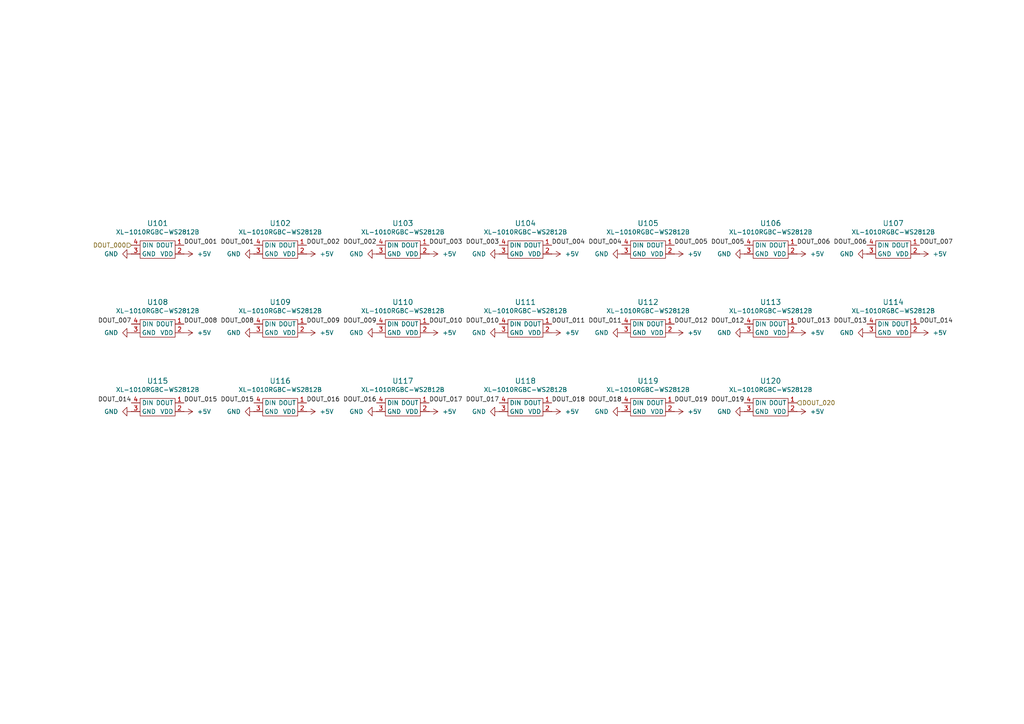
<source format=kicad_sch>
(kicad_sch (version 20250114) (generator "eeschema") (generator_version "9.0")
  (paper "A4")
  (lib_symbols
    (symbol "SK6805-EC10-000:SK6805_EC10-000"
      (property "Reference" "U" (at -2.54 3.556 0))
      (property "Value" "XL-1010RGBC-WS2812B" (at 1.016 -3.81 0))
      (symbol "SK6805_EC10-000_1_1"
        (rectangle (start -5.08 2.54) (end 5.08 -2.54))
        (pin passive line (at -7.62 1.27 0) (length 2.54) (name "DIN") (number "4"))
        (pin passive line (at -7.62 -1.27 0) (length 2.54) (name "GND") (number "3"))
        (pin passive line (at 7.62 1.27 180) (length 2.54) (name "DOUT") (number "1"))
        (pin passive line (at 7.62 -1.27 180) (length 2.54) (name "VDD") (number "2"))
      )
    )
    (symbol "power:+5V" (power) (pin_numbers (hide yes)) (pin_names (offset 0) (hide yes))
      (property "Value" "+5V" (at 0 3.556 0))
      (symbol "+5V_0_1"
        (polyline (pts (xy -0.762 1.27) (xy 0 2.54)))
        (polyline (pts (xy 0 2.54) (xy 0.762 1.27)))
        (polyline (pts (xy 0 0) (xy 0 2.54)))
      )
      (symbol "+5V_1_1"
        (pin power_in line (at 0 0 90) (length 0) (name "~") (number "1"))
      )
    )
    (symbol "power:GND" (power) (pin_numbers (hide yes)) (pin_names (offset 0) (hide yes))
      (property "Value" "GND" (at 0 -3.81 0))
      (symbol "GND_0_1"
        (polyline (pts (xy 0 0) (xy 0 -1.27) (xy 1.27 -1.27) (xy 0 -2.54) (xy -1.27 -1.27) (xy 0 -1.27)))
      )
      (symbol "GND_1_1"
        (pin power_in line (at 0 0 270) (length 0) (name "~") (number "1"))
      )
    )
  )
  (label "DOUT_005" (at 195.58 71.12 0))
  (label "DOUT_012" (at 195.58 93.98 0))
  (label "DOUT_019" (at 195.58 116.84 0))
  (label "DOUT_014" (at 38.1 116.84 180))
  (label "DOUT_009" (at 109.22 93.98 180))
  (label "DOUT_011" (at 180.34 93.98 180))
  (label "DOUT_017" (at 144.78 116.84 180))
  (label "DOUT_018" (at 160.02 116.84 0))
  (label "DOUT_016" (at 88.9 116.84 0))
  (label "DOUT_012" (at 215.9 93.98 180))
  (label "DOUT_007" (at 38.1 93.98 180))
  (label "DOUT_018" (at 180.34 116.84 180))
  (label "DOUT_015" (at 53.34 116.84 0))
  (label "DOUT_003" (at 144.78 71.12 180))
  (label "DOUT_019" (at 215.9 116.84 180))
  (label "DOUT_006" (at 231.14 71.12 0))
  (label "DOUT_008" (at 73.66 93.98 180))
  (label "DOUT_004" (at 160.02 71.12 0))
  (label "DOUT_009" (at 88.9 93.98 0))
  (label "DOUT_011" (at 160.02 93.98 0))
  (label "DOUT_008" (at 53.34 93.98 0))
  (label "DOUT_005" (at 215.9 71.12 180))
  (label "DOUT_001" (at 53.34 71.12 0))
  (label "DOUT_010" (at 124.46 93.98 0))
  (label "DOUT_015" (at 73.66 116.84 180))
  (label "DOUT_014" (at 266.7 93.98 0))
  (label "DOUT_002" (at 88.9 71.12 0))
  (label "DOUT_007" (at 266.7 71.12 0))
  (label "DOUT_003" (at 124.46 71.12 0))
  (label "DOUT_013" (at 251.46 93.98 180))
  (label "DOUT_010" (at 144.78 93.98 180))
  (label "DOUT_001" (at 73.66 71.12 180))
  (label "DOUT_006" (at 251.46 71.12 180))
  (label "DOUT_004" (at 180.34 71.12 180))
  (label "DOUT_002" (at 109.22 71.12 180))
  (label "DOUT_013" (at 231.14 93.98 0))
  (label "DOUT_017" (at 124.46 116.84 0))
  (label "DOUT_016" (at 109.22 116.84 180))
  (hierarchical_label "DOUT_020" (shape input) (at 231.14 116.84 0))
  (hierarchical_label "DOUT_000" (shape input) (at 38.1 71.12 180))
  (symbol (lib_id "power:+5V") (at 88.9 96.52 270) (unit 1)
    (property "Reference" "#PWR423" (effects (hide yes)))
    (property "Value" "+5V" (at 92.71 96.5201 90) (effects (justify left)))
    (property "Description" "Power symbol creates a global label with name \"+5V\"" (effects (hide yes)))
  )
  (symbol (lib_id "power:GND") (at 180.34 119.38 270) (unit 1)
    (property "Reference" "#PWR451" (effects (hide yes)))
    (property "Value" "GND" (at 176.53 119.3799 90) (effects (justify right)))
    (property "Description" "Power symbol creates a global label with name \"GND\" , ground" (effects (hide yes)))
  )
  (symbol (lib_id "power:GND") (at 215.9 119.38 270) (unit 1)
    (property "Reference" "#PWR463" (effects (hide yes)))
    (property "Value" "GND" (at 212.09 119.3799 90) (effects (justify right)))
    (property "Description" "Power symbol creates a global label with name \"GND\" , ground" (effects (hide yes)))
  )
  (symbol (lib_id "SK6805-EC10-000:SK6805_EC10-000") (at 116.84 72.39 0) (unit 1)
    (property "Reference" "U103" (at 116.84 64.77 0) (effects (font (size 1.524 1.524))))
    (property "Value" "XL-1010RGBC-WS2812B" (at 116.84 67.31 0))
    (property "Footprint" "SK6805-EC10-000:SMD-4P,1.1x1.1mm" (effects (hide yes)))
    (property "Datasheet" "4492" (effects (hide yes)))
    (property "LCSC" "C5349953" (effects (hide yes)))
  )
  (symbol (lib_id "power:+5V") (at 53.34 96.52 270) (unit 1)
    (property "Reference" "#PWR411" (effects (hide yes)))
    (property "Value" "+5V" (at 57.15 96.5201 90) (effects (justify left)))
    (property "Description" "Power symbol creates a global label with name \"+5V\"" (effects (hide yes)))
  )
  (symbol (lib_id "power:GND") (at 73.66 119.38 270) (unit 1)
    (property "Reference" "#PWR415" (effects (hide yes)))
    (property "Value" "GND" (at 69.85 119.3799 90) (effects (justify right)))
    (property "Description" "Power symbol creates a global label with name \"GND\" , ground" (effects (hide yes)))
  )
  (symbol (lib_id "SK6805-EC10-000:SK6805_EC10-000") (at 81.28 95.25 0) (unit 1)
    (property "Reference" "U109" (at 81.28 87.63 0) (effects (font (size 1.524 1.524))))
    (property "Value" "XL-1010RGBC-WS2812B" (at 81.28 90.17 0))
    (property "Footprint" "SK6805-EC10-000:SMD-4P,1.1x1.1mm" (effects (hide yes)))
    (property "Datasheet" "4492" (effects (hide yes)))
    (property "LCSC" "C5349953" (effects (hide yes)))
  )
  (symbol (lib_id "power:GND") (at 180.34 96.52 270) (unit 1)
    (property "Reference" "#PWR450" (effects (hide yes)))
    (property "Value" "GND" (at 176.53 96.5199 90) (effects (justify right)))
    (property "Description" "Power symbol creates a global label with name \"GND\" , ground" (effects (hide yes)))
  )
  (symbol (lib_id "SK6805-EC10-000:SK6805_EC10-000") (at 223.52 118.11 0) (unit 1)
    (property "Reference" "U120" (at 223.52 110.49 0) (effects (font (size 1.524 1.524))))
    (property "Value" "XL-1010RGBC-WS2812B" (at 223.52 113.03 0))
    (property "Footprint" "SK6805-EC10-000:SMD-4P,1.1x1.1mm" (effects (hide yes)))
    (property "Datasheet" "4492" (effects (hide yes)))
    (property "LCSC" "C5349953" (effects (hide yes)))
  )
  (symbol (lib_id "power:+5V") (at 160.02 119.38 270) (unit 1)
    (property "Reference" "#PWR448" (effects (hide yes)))
    (property "Value" "+5V" (at 163.83 119.3801 90) (effects (justify left)))
    (property "Description" "Power symbol creates a global label with name \"+5V\"" (effects (hide yes)))
  )
  (symbol (lib_id "power:+5V") (at 195.58 119.38 270) (unit 1)
    (property "Reference" "#PWR460" (effects (hide yes)))
    (property "Value" "+5V" (at 199.39 119.3801 90) (effects (justify left)))
    (property "Description" "Power symbol creates a global label with name \"+5V\"" (effects (hide yes)))
  )
  (symbol (lib_id "power:+5V") (at 231.14 73.66 270) (unit 1)
    (property "Reference" "#PWR470" (effects (hide yes)))
    (property "Value" "+5V" (at 234.95 73.6601 90) (effects (justify left)))
    (property "Description" "Power symbol creates a global label with name \"+5V\"" (effects (hide yes)))
  )
  (symbol (lib_id "power:GND") (at 180.34 73.66 270) (unit 1)
    (property "Reference" "#PWR449" (effects (hide yes)))
    (property "Value" "GND" (at 176.53 73.6599 90) (effects (justify right)))
    (property "Description" "Power symbol creates a global label with name \"GND\" , ground" (effects (hide yes)))
  )
  (symbol (lib_id "SK6805-EC10-000:SK6805_EC10-000") (at 116.84 118.11 0) (unit 1)
    (property "Reference" "U117" (at 116.84 110.49 0) (effects (font (size 1.524 1.524))))
    (property "Value" "XL-1010RGBC-WS2812B" (at 116.84 113.03 0))
    (property "Footprint" "SK6805-EC10-000:SMD-4P,1.1x1.1mm" (effects (hide yes)))
    (property "Datasheet" "4492" (effects (hide yes)))
    (property "LCSC" "C5349953" (effects (hide yes)))
  )
  (symbol (lib_id "SK6805-EC10-000:SK6805_EC10-000") (at 45.72 95.25 0) (unit 1)
    (property "Reference" "U108" (at 45.72 87.63 0) (effects (font (size 1.524 1.524))))
    (property "Value" "XL-1010RGBC-WS2812B" (at 45.72 90.17 0))
    (property "Footprint" "SK6805-EC10-000:SMD-4P,1.1x1.1mm" (effects (hide yes)))
    (property "Datasheet" "4492" (effects (hide yes)))
    (property "LCSC" "C5349953" (effects (hide yes)))
  )
  (symbol (lib_id "SK6805-EC10-000:SK6805_EC10-000") (at 259.08 95.25 0) (unit 1)
    (property "Reference" "U114" (at 259.08 87.63 0) (effects (font (size 1.524 1.524))))
    (property "Value" "XL-1010RGBC-WS2812B" (at 259.08 90.17 0))
    (property "Footprint" "SK6805-EC10-000:SMD-4P,1.1x1.1mm" (effects (hide yes)))
    (property "Datasheet" "4492" (effects (hide yes)))
    (property "LCSC" "C5349953" (effects (hide yes)))
  )
  (symbol (lib_id "SK6805-EC10-000:SK6805_EC10-000") (at 45.72 72.39 0) (unit 1)
    (property "Reference" "U101" (at 45.72 64.77 0) (effects (font (size 1.524 1.524))))
    (property "Value" "XL-1010RGBC-WS2812B" (at 45.72 67.31 0))
    (property "Footprint" "SK6805-EC10-000:SMD-4P,1.1x1.1mm" (effects (hide yes)))
    (property "Datasheet" "4492" (effects (hide yes)))
    (property "LCSC" "C5349953" (effects (hide yes)))
  )
  (symbol (lib_id "power:+5V") (at 88.9 73.66 270) (unit 1)
    (property "Reference" "#PWR422" (effects (hide yes)))
    (property "Value" "+5V" (at 92.71 73.6601 90) (effects (justify left)))
    (property "Description" "Power symbol creates a global label with name \"+5V\"" (effects (hide yes)))
  )
  (symbol (lib_id "power:+5V") (at 124.46 96.52 270) (unit 1)
    (property "Reference" "#PWR435" (effects (hide yes)))
    (property "Value" "+5V" (at 128.27 96.5201 90) (effects (justify left)))
    (property "Description" "Power symbol creates a global label with name \"+5V\"" (effects (hide yes)))
  )
  (symbol (lib_id "SK6805-EC10-000:SK6805_EC10-000") (at 152.4 118.11 0) (unit 1)
    (property "Reference" "U118" (at 152.4 110.49 0) (effects (font (size 1.524 1.524))))
    (property "Value" "XL-1010RGBC-WS2812B" (at 152.4 113.03 0))
    (property "Footprint" "SK6805-EC10-000:SMD-4P,1.1x1.1mm" (effects (hide yes)))
    (property "Datasheet" "4492" (effects (hide yes)))
    (property "LCSC" "C5349953" (effects (hide yes)))
  )
  (symbol (lib_id "power:GND") (at 38.1 73.66 270) (unit 1)
    (property "Reference" "#PWR401" (effects (hide yes)))
    (property "Value" "GND" (at 34.29 73.6599 90) (effects (justify right)))
    (property "Description" "Power symbol creates a global label with name \"GND\" , ground" (effects (hide yes)))
  )
  (symbol (lib_id "power:GND") (at 109.22 119.38 270) (unit 1)
    (property "Reference" "#PWR427" (effects (hide yes)))
    (property "Value" "GND" (at 105.41 119.3799 90) (effects (justify right)))
    (property "Description" "Power symbol creates a global label with name \"GND\" , ground" (effects (hide yes)))
  )
  (symbol (lib_id "SK6805-EC10-000:SK6805_EC10-000") (at 187.96 72.39 0) (unit 1)
    (property "Reference" "U105" (at 187.96 64.77 0) (effects (font (size 1.524 1.524))))
    (property "Value" "XL-1010RGBC-WS2812B" (at 187.96 67.31 0))
    (property "Footprint" "SK6805-EC10-000:SMD-4P,1.1x1.1mm" (effects (hide yes)))
    (property "Datasheet" "4492" (effects (hide yes)))
    (property "LCSC" "C5349953" (effects (hide yes)))
  )
  (symbol (lib_id "power:GND") (at 251.46 96.52 270) (unit 1)
    (property "Reference" "#PWR474" (effects (hide yes)))
    (property "Value" "GND" (at 247.65 96.5199 90) (effects (justify right)))
    (property "Description" "Power symbol creates a global label with name \"GND\" , ground" (effects (hide yes)))
  )
  (symbol (lib_id "power:GND") (at 73.66 96.52 270) (unit 1)
    (property "Reference" "#PWR414" (effects (hide yes)))
    (property "Value" "GND" (at 69.85 96.5199 90) (effects (justify right)))
    (property "Description" "Power symbol creates a global label with name \"GND\" , ground" (effects (hide yes)))
  )
  (symbol (lib_id "power:+5V") (at 124.46 73.66 270) (unit 1)
    (property "Reference" "#PWR434" (effects (hide yes)))
    (property "Value" "+5V" (at 128.27 73.6601 90) (effects (justify left)))
    (property "Description" "Power symbol creates a global label with name \"+5V\"" (effects (hide yes)))
  )
  (symbol (lib_id "SK6805-EC10-000:SK6805_EC10-000") (at 259.08 72.39 0) (unit 1)
    (property "Reference" "U107" (at 259.08 64.77 0) (effects (font (size 1.524 1.524))))
    (property "Value" "XL-1010RGBC-WS2812B" (at 259.08 67.31 0))
    (property "Footprint" "SK6805-EC10-000:SMD-4P,1.1x1.1mm" (effects (hide yes)))
    (property "Datasheet" "4492" (effects (hide yes)))
    (property "LCSC" "C5349953" (effects (hide yes)))
  )
  (symbol (lib_id "power:+5V") (at 53.34 73.66 270) (unit 1)
    (property "Reference" "#PWR410" (effects (hide yes)))
    (property "Value" "+5V" (at 57.15 73.6601 90) (effects (justify left)))
    (property "Description" "Power symbol creates a global label with name \"+5V\"" (effects (hide yes)))
  )
  (symbol (lib_id "SK6805-EC10-000:SK6805_EC10-000") (at 152.4 72.39 0) (unit 1)
    (property "Reference" "U104" (at 152.4 64.77 0) (effects (font (size 1.524 1.524))))
    (property "Value" "XL-1010RGBC-WS2812B" (at 152.4 67.31 0))
    (property "Footprint" "SK6805-EC10-000:SMD-4P,1.1x1.1mm" (effects (hide yes)))
    (property "Datasheet" "4492" (effects (hide yes)))
    (property "LCSC" "C5349953" (effects (hide yes)))
  )
  (symbol (lib_id "power:GND") (at 38.1 119.38 270) (unit 1)
    (property "Reference" "#PWR403" (effects (hide yes)))
    (property "Value" "GND" (at 34.29 119.3799 90) (effects (justify right)))
    (property "Description" "Power symbol creates a global label with name \"GND\" , ground" (effects (hide yes)))
  )
  (symbol (lib_id "SK6805-EC10-000:SK6805_EC10-000") (at 187.96 118.11 0) (unit 1)
    (property "Reference" "U119" (at 187.96 110.49 0) (effects (font (size 1.524 1.524))))
    (property "Value" "XL-1010RGBC-WS2812B" (at 187.96 113.03 0))
    (property "Footprint" "SK6805-EC10-000:SMD-4P,1.1x1.1mm" (effects (hide yes)))
    (property "Datasheet" "4492" (effects (hide yes)))
    (property "LCSC" "C5349953" (effects (hide yes)))
  )
  (symbol (lib_id "SK6805-EC10-000:SK6805_EC10-000") (at 81.28 118.11 0) (unit 1)
    (property "Reference" "U116" (at 81.28 110.49 0) (effects (font (size 1.524 1.524))))
    (property "Value" "XL-1010RGBC-WS2812B" (at 81.28 113.03 0))
    (property "Footprint" "SK6805-EC10-000:SMD-4P,1.1x1.1mm" (effects (hide yes)))
    (property "Datasheet" "4492" (effects (hide yes)))
    (property "LCSC" "C5349953" (effects (hide yes)))
  )
  (symbol (lib_id "power:GND") (at 215.9 96.52 270) (unit 1)
    (property "Reference" "#PWR462" (effects (hide yes)))
    (property "Value" "GND" (at 212.09 96.5199 90) (effects (justify right)))
    (property "Description" "Power symbol creates a global label with name \"GND\" , ground" (effects (hide yes)))
  )
  (symbol (lib_id "SK6805-EC10-000:SK6805_EC10-000") (at 187.96 95.25 0) (unit 1)
    (property "Reference" "U112" (at 187.96 87.63 0) (effects (font (size 1.524 1.524))))
    (property "Value" "XL-1010RGBC-WS2812B" (at 187.96 90.17 0))
    (property "Footprint" "SK6805-EC10-000:SMD-4P,1.1x1.1mm" (effects (hide yes)))
    (property "Datasheet" "4492" (effects (hide yes)))
    (property "LCSC" "C5349953" (effects (hide yes)))
  )
  (symbol (lib_id "power:+5V") (at 195.58 73.66 270) (unit 1)
    (property "Reference" "#PWR458" (effects (hide yes)))
    (property "Value" "+5V" (at 199.39 73.6601 90) (effects (justify left)))
    (property "Description" "Power symbol creates a global label with name \"+5V\"" (effects (hide yes)))
  )
  (symbol (lib_id "power:+5V") (at 88.9 119.38 270) (unit 1)
    (property "Reference" "#PWR424" (effects (hide yes)))
    (property "Value" "+5V" (at 92.71 119.3801 90) (effects (justify left)))
    (property "Description" "Power symbol creates a global label with name \"+5V\"" (effects (hide yes)))
  )
  (symbol (lib_id "power:GND") (at 144.78 119.38 270) (unit 1)
    (property "Reference" "#PWR439" (effects (hide yes)))
    (property "Value" "GND" (at 140.97 119.3799 90) (effects (justify right)))
    (property "Description" "Power symbol creates a global label with name \"GND\" , ground" (effects (hide yes)))
  )
  (symbol (lib_id "SK6805-EC10-000:SK6805_EC10-000") (at 152.4 95.25 0) (unit 1)
    (property "Reference" "U111" (at 152.4 87.63 0) (effects (font (size 1.524 1.524))))
    (property "Value" "XL-1010RGBC-WS2812B" (at 152.4 90.17 0))
    (property "Footprint" "SK6805-EC10-000:SMD-4P,1.1x1.1mm" (effects (hide yes)))
    (property "Datasheet" "4492" (effects (hide yes)))
    (property "LCSC" "C5349953" (effects (hide yes)))
  )
  (symbol (lib_id "power:GND") (at 215.9 73.66 270) (unit 1)
    (property "Reference" "#PWR461" (effects (hide yes)))
    (property "Value" "GND" (at 212.09 73.6599 90) (effects (justify right)))
    (property "Description" "Power symbol creates a global label with name \"GND\" , ground" (effects (hide yes)))
  )
  (symbol (lib_id "SK6805-EC10-000:SK6805_EC10-000") (at 223.52 95.25 0) (unit 1)
    (property "Reference" "U113" (at 223.52 87.63 0) (effects (font (size 1.524 1.524))))
    (property "Value" "XL-1010RGBC-WS2812B" (at 223.52 90.17 0))
    (property "Footprint" "SK6805-EC10-000:SMD-4P,1.1x1.1mm" (effects (hide yes)))
    (property "Datasheet" "4492" (effects (hide yes)))
    (property "LCSC" "C5349953" (effects (hide yes)))
  )
  (symbol (lib_id "power:+5V") (at 195.58 96.52 270) (unit 1)
    (property "Reference" "#PWR459" (effects (hide yes)))
    (property "Value" "+5V" (at 199.39 96.5201 90) (effects (justify left)))
    (property "Description" "Power symbol creates a global label with name \"+5V\"" (effects (hide yes)))
  )
  (symbol (lib_id "power:GND") (at 109.22 96.52 270) (unit 1)
    (property "Reference" "#PWR426" (effects (hide yes)))
    (property "Value" "GND" (at 105.41 96.5199 90) (effects (justify right)))
    (property "Description" "Power symbol creates a global label with name \"GND\" , ground" (effects (hide yes)))
  )
  (symbol (lib_id "power:GND") (at 73.66 73.66 270) (unit 1)
    (property "Reference" "#PWR413" (effects (hide yes)))
    (property "Value" "GND" (at 69.85 73.6599 90) (effects (justify right)))
    (property "Description" "Power symbol creates a global label with name \"GND\" , ground" (effects (hide yes)))
  )
  (symbol (lib_id "power:GND") (at 109.22 73.66 270) (unit 1)
    (property "Reference" "#PWR425" (effects (hide yes)))
    (property "Value" "GND" (at 105.41 73.6599 90) (effects (justify right)))
    (property "Description" "Power symbol creates a global label with name \"GND\" , ground" (effects (hide yes)))
  )
  (symbol (lib_id "power:+5V") (at 231.14 96.52 270) (unit 1)
    (property "Reference" "#PWR471" (effects (hide yes)))
    (property "Value" "+5V" (at 234.95 96.5201 90) (effects (justify left)))
    (property "Description" "Power symbol creates a global label with name \"+5V\"" (effects (hide yes)))
  )
  (symbol (lib_id "power:GND") (at 144.78 73.66 270) (unit 1)
    (property "Reference" "#PWR437" (effects (hide yes)))
    (property "Value" "GND" (at 140.97 73.6599 90) (effects (justify right)))
    (property "Description" "Power symbol creates a global label with name \"GND\" , ground" (effects (hide yes)))
  )
  (symbol (lib_id "power:+5V") (at 53.34 119.38 270) (unit 1)
    (property "Reference" "#PWR412" (effects (hide yes)))
    (property "Value" "+5V" (at 57.15 119.3801 90) (effects (justify left)))
    (property "Description" "Power symbol creates a global label with name \"+5V\"" (effects (hide yes)))
  )
  (symbol (lib_id "SK6805-EC10-000:SK6805_EC10-000") (at 116.84 95.25 0) (unit 1)
    (property "Reference" "U110" (at 116.84 87.63 0) (effects (font (size 1.524 1.524))))
    (property "Value" "XL-1010RGBC-WS2812B" (at 116.84 90.17 0))
    (property "Footprint" "SK6805-EC10-000:SMD-4P,1.1x1.1mm" (effects (hide yes)))
    (property "Datasheet" "4492" (effects (hide yes)))
    (property "LCSC" "C5349953" (effects (hide yes)))
  )
  (symbol (lib_id "power:GND") (at 38.1 96.52 270) (unit 1)
    (property "Reference" "#PWR402" (effects (hide yes)))
    (property "Value" "GND" (at 34.29 96.5199 90) (effects (justify right)))
    (property "Description" "Power symbol creates a global label with name \"GND\" , ground" (effects (hide yes)))
  )
  (symbol (lib_id "power:+5V") (at 160.02 73.66 270) (unit 1)
    (property "Reference" "#PWR446" (effects (hide yes)))
    (property "Value" "+5V" (at 163.83 73.6601 90) (effects (justify left)))
    (property "Description" "Power symbol creates a global label with name \"+5V\"" (effects (hide yes)))
  )
  (symbol (lib_id "power:+5V") (at 124.46 119.38 270) (unit 1)
    (property "Reference" "#PWR436" (effects (hide yes)))
    (property "Value" "+5V" (at 128.27 119.3801 90) (effects (justify left)))
    (property "Description" "Power symbol creates a global label with name \"+5V\"" (effects (hide yes)))
  )
  (symbol (lib_id "power:+5V") (at 231.14 119.38 270) (unit 1)
    (property "Reference" "#PWR472" (effects (hide yes)))
    (property "Value" "+5V" (at 234.95 119.3801 90) (effects (justify left)))
    (property "Description" "Power symbol creates a global label with name \"+5V\"" (effects (hide yes)))
  )
  (symbol (lib_id "power:GND") (at 251.46 73.66 270) (unit 1)
    (property "Reference" "#PWR473" (effects (hide yes)))
    (property "Value" "GND" (at 247.65 73.6599 90) (effects (justify right)))
    (property "Description" "Power symbol creates a global label with name \"GND\" , ground" (effects (hide yes)))
  )
  (symbol (lib_id "power:GND") (at 144.78 96.52 270) (unit 1)
    (property "Reference" "#PWR438" (effects (hide yes)))
    (property "Value" "GND" (at 140.97 96.5199 90) (effects (justify right)))
    (property "Description" "Power symbol creates a global label with name \"GND\" , ground" (effects (hide yes)))
  )
  (symbol (lib_id "SK6805-EC10-000:SK6805_EC10-000") (at 81.28 72.39 0) (unit 1)
    (property "Reference" "U102" (at 81.28 64.77 0) (effects (font (size 1.524 1.524))))
    (property "Value" "XL-1010RGBC-WS2812B" (at 81.28 67.31 0))
    (property "Footprint" "SK6805-EC10-000:SMD-4P,1.1x1.1mm" (effects (hide yes)))
    (property "Datasheet" "4492" (effects (hide yes)))
    (property "LCSC" "C5349953" (effects (hide yes)))
  )
  (symbol (lib_id "SK6805-EC10-000:SK6805_EC10-000") (at 223.52 72.39 0) (unit 1)
    (property "Reference" "U106" (at 223.52 64.77 0) (effects (font (size 1.524 1.524))))
    (property "Value" "XL-1010RGBC-WS2812B" (at 223.52 67.31 0))
    (property "Footprint" "SK6805-EC10-000:SMD-4P,1.1x1.1mm" (effects (hide yes)))
    (property "Datasheet" "4492" (effects (hide yes)))
    (property "LCSC" "C5349953" (effects (hide yes)))
  )
  (symbol (lib_id "power:+5V") (at 160.02 96.52 270) (unit 1)
    (property "Reference" "#PWR447" (effects (hide yes)))
    (property "Value" "+5V" (at 163.83 96.5201 90) (effects (justify left)))
    (property "Description" "Power symbol creates a global label with name \"+5V\"" (effects (hide yes)))
  )
  (symbol (lib_id "power:+5V") (at 266.7 73.66 270) (unit 1)
    (property "Reference" "#PWR479" (effects (hide yes)))
    (property "Value" "+5V" (at 270.51 73.6601 90) (effects (justify left)))
    (property "Description" "Power symbol creates a global label with name \"+5V\"" (effects (hide yes)))
  )
  (symbol (lib_id "power:+5V") (at 266.7 96.52 270) (unit 1)
    (property "Reference" "#PWR480" (effects (hide yes)))
    (property "Value" "+5V" (at 270.51 96.5201 90) (effects (justify left)))
    (property "Description" "Power symbol creates a global label with name \"+5V\"" (effects (hide yes)))
  )
  (symbol (lib_id "SK6805-EC10-000:SK6805_EC10-000") (at 45.72 118.11 0) (unit 1)
    (property "Reference" "U115" (at 45.72 110.49 0) (effects (font (size 1.524 1.524))))
    (property "Value" "XL-1010RGBC-WS2812B" (at 45.72 113.03 0))
    (property "Footprint" "SK6805-EC10-000:SMD-4P,1.1x1.1mm" (effects (hide yes)))
    (property "Datasheet" "4492" (effects (hide yes)))
    (property "LCSC" "C5349953" (effects (hide yes)))
  )
)
</source>
